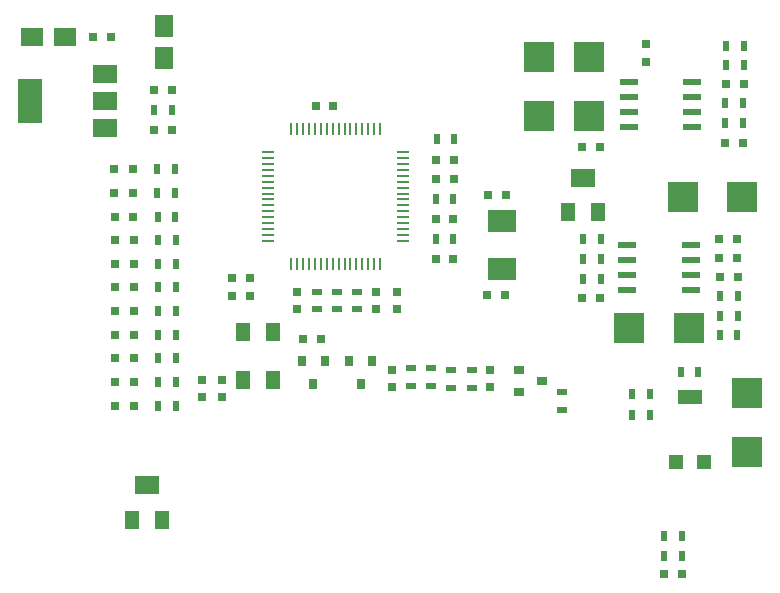
<source format=gtp>
G04 #@! TF.GenerationSoftware,KiCad,Pcbnew,5.99.0-unknown-632494c~88~ubuntu19.10.1*
G04 #@! TF.CreationDate,2020-05-11T14:06:49+02:00*
G04 #@! TF.ProjectId,MMDVM_RPT_Hat,4d4d4456-4d5f-4525-9054-5f4861742e6b,0.3*
G04 #@! TF.SameCoordinates,Original*
G04 #@! TF.FileFunction,Paste,Top*
G04 #@! TF.FilePolarity,Positive*
%FSLAX46Y46*%
G04 Gerber Fmt 4.6, Leading zero omitted, Abs format (unit mm)*
G04 Created by KiCad (PCBNEW 5.99.0-unknown-632494c~88~ubuntu19.10.1) date 2020-05-11 14:06:49*
%MOMM*%
%LPD*%
G01*
G04 APERTURE LIST*
%ADD10R,0.800000X0.800000*%
%ADD11R,0.500000X0.900000*%
%ADD12R,2.500000X2.550000*%
%ADD13R,2.550000X2.500000*%
%ADD14R,0.250000X1.000000*%
%ADD15R,1.000000X0.250000*%
%ADD16R,1.950000X1.500000*%
%ADD17R,0.800000X0.750000*%
%ADD18R,1.500000X1.950000*%
%ADD19R,0.750000X0.800000*%
%ADD20R,0.800000X0.900000*%
%ADD21R,0.900000X0.800000*%
%ADD22R,0.900000X0.500000*%
%ADD23R,1.300000X1.300000*%
%ADD24R,2.000000X1.300000*%
%ADD25R,1.300000X1.600000*%
%ADD26R,2.000000X1.600000*%
%ADD27R,2.000000X1.500000*%
%ADD28R,2.000000X3.800000*%
%ADD29R,1.550000X0.600000*%
%ADD30R,2.400000X1.900000*%
G04 APERTURE END LIST*
D10*
X30000000Y-109600000D03*
X28400000Y-109600000D03*
D11*
X33550000Y-109600000D03*
X32050000Y-109600000D03*
D12*
X68575000Y-85125000D03*
X68575000Y-80075000D03*
X64300000Y-80075000D03*
X64300000Y-85125000D03*
D13*
X76475000Y-91925000D03*
X81525000Y-91925000D03*
X76975000Y-103050000D03*
X71925000Y-103050000D03*
D12*
X81950000Y-108525000D03*
X81950000Y-113575000D03*
D14*
X50850000Y-97600000D03*
X50350000Y-97600000D03*
X49850000Y-97600000D03*
X49350000Y-97600000D03*
X48850000Y-97600000D03*
X48350000Y-97600000D03*
X47850000Y-97600000D03*
X47350000Y-97600000D03*
X46850000Y-97600000D03*
X46350000Y-97600000D03*
X45850000Y-97600000D03*
X45350000Y-97600000D03*
X44850000Y-97600000D03*
X44350000Y-97600000D03*
X43850000Y-97600000D03*
X43350000Y-97600000D03*
D15*
X41400000Y-95650000D03*
X41400000Y-95150000D03*
X41400000Y-94650000D03*
X41400000Y-94150000D03*
X41400000Y-93650000D03*
X41400000Y-93150000D03*
X41400000Y-92650000D03*
X41400000Y-92150000D03*
X41400000Y-91650000D03*
X41400000Y-91150000D03*
X41400000Y-90650000D03*
X41400000Y-90150000D03*
X41400000Y-89650000D03*
X41400000Y-89150000D03*
X41400000Y-88650000D03*
X41400000Y-88150000D03*
D14*
X43350000Y-86200000D03*
X43850000Y-86200000D03*
X44350000Y-86200000D03*
X44850000Y-86200000D03*
X45350000Y-86200000D03*
X45850000Y-86200000D03*
X46350000Y-86200000D03*
X46850000Y-86200000D03*
X47350000Y-86200000D03*
X47850000Y-86200000D03*
X48350000Y-86200000D03*
X48850000Y-86200000D03*
X49350000Y-86200000D03*
X49850000Y-86200000D03*
X50350000Y-86200000D03*
X50850000Y-86200000D03*
D15*
X52800000Y-88150000D03*
X52800000Y-88650000D03*
X52800000Y-89150000D03*
X52800000Y-89650000D03*
X52800000Y-90150000D03*
X52800000Y-90650000D03*
X52800000Y-91150000D03*
X52800000Y-91650000D03*
X52800000Y-92150000D03*
X52800000Y-92650000D03*
X52800000Y-93150000D03*
X52800000Y-93650000D03*
X52800000Y-94150000D03*
X52800000Y-94650000D03*
X52800000Y-95150000D03*
X52800000Y-95650000D03*
D16*
X21400000Y-78400000D03*
X24150000Y-78400000D03*
D17*
X28050000Y-78400000D03*
X26550000Y-78400000D03*
X31750000Y-82900000D03*
X33250000Y-82900000D03*
X57050000Y-97200000D03*
X55550000Y-97200000D03*
D18*
X32600000Y-80175000D03*
X32600000Y-77425000D03*
D17*
X31750000Y-86300000D03*
X33250000Y-86300000D03*
X55550000Y-93800000D03*
X57050000Y-93800000D03*
D19*
X37500000Y-107400000D03*
X37500000Y-108900000D03*
X35800000Y-108900000D03*
X35800000Y-107400000D03*
X43800000Y-99950000D03*
X43800000Y-101450000D03*
X51900000Y-108050000D03*
X51900000Y-106550000D03*
X60200000Y-106550000D03*
X60200000Y-108050000D03*
D17*
X74900000Y-123900000D03*
X76400000Y-123900000D03*
X59950000Y-100250000D03*
X61450000Y-100250000D03*
X61500000Y-91800000D03*
X60000000Y-91800000D03*
X45400000Y-84200000D03*
X46900000Y-84200000D03*
X55600000Y-90400000D03*
X57100000Y-90400000D03*
X57100000Y-88800000D03*
X55600000Y-88800000D03*
X38300000Y-100300000D03*
X39800000Y-100300000D03*
X39800000Y-98800000D03*
X38300000Y-98800000D03*
D19*
X52300000Y-101450000D03*
X52300000Y-99950000D03*
X50500000Y-99950000D03*
X50500000Y-101450000D03*
D10*
X28325000Y-89575000D03*
X29925000Y-89575000D03*
X29950000Y-91600000D03*
X28350000Y-91600000D03*
X28375000Y-93600000D03*
X29975000Y-93600000D03*
X30000000Y-95600000D03*
X28400000Y-95600000D03*
X28400000Y-105600000D03*
X30000000Y-105600000D03*
X28400000Y-103600000D03*
X30000000Y-103600000D03*
X30000000Y-101600000D03*
X28400000Y-101600000D03*
X28400000Y-99600000D03*
X30000000Y-99600000D03*
X30000000Y-97600000D03*
X28400000Y-97600000D03*
D11*
X33250000Y-84600000D03*
X31750000Y-84600000D03*
X57150000Y-87000000D03*
X55650000Y-87000000D03*
D20*
X50150000Y-105800000D03*
X48250000Y-105800000D03*
X49200000Y-107800000D03*
D21*
X64600000Y-107500000D03*
X62600000Y-108450000D03*
X62600000Y-106550000D03*
D11*
X33475000Y-89575000D03*
X31975000Y-89575000D03*
X32000000Y-91600000D03*
X33500000Y-91600000D03*
D22*
X48900000Y-101450000D03*
X48900000Y-99950000D03*
D11*
X32025000Y-93600000D03*
X33525000Y-93600000D03*
X33550000Y-95600000D03*
X32050000Y-95600000D03*
X32050000Y-105600000D03*
X33550000Y-105600000D03*
X33550000Y-103600000D03*
X32050000Y-103600000D03*
X32050000Y-101600000D03*
X33550000Y-101600000D03*
X32050000Y-99600000D03*
X33550000Y-99600000D03*
X55550000Y-92100000D03*
X57050000Y-92100000D03*
X33550000Y-97600000D03*
X32050000Y-97600000D03*
D22*
X55200000Y-106450000D03*
X55200000Y-107950000D03*
X53500000Y-107950000D03*
X53500000Y-106450000D03*
X56900000Y-108100000D03*
X56900000Y-106600000D03*
X58600000Y-108100000D03*
X58600000Y-106600000D03*
D11*
X76410000Y-120610000D03*
X74910000Y-120610000D03*
X74910000Y-122300000D03*
X76410000Y-122300000D03*
D22*
X66300000Y-109950000D03*
X66300000Y-108450000D03*
D11*
X55550000Y-95500000D03*
X57050000Y-95500000D03*
X80150000Y-80800000D03*
X81650000Y-80800000D03*
X72200000Y-110400000D03*
X73700000Y-110400000D03*
X72200000Y-108650000D03*
X73700000Y-108650000D03*
X79650000Y-102000000D03*
X81150000Y-102000000D03*
X81100000Y-103600000D03*
X79600000Y-103600000D03*
X76300000Y-106750000D03*
X77800000Y-106750000D03*
X80050000Y-85700000D03*
X81550000Y-85700000D03*
X81550000Y-84000000D03*
X80050000Y-84000000D03*
X81650000Y-79125000D03*
X80150000Y-79125000D03*
X69550000Y-95500000D03*
X68050000Y-95500000D03*
X68050000Y-97200000D03*
X69550000Y-97200000D03*
X68050000Y-98900000D03*
X69550000Y-98900000D03*
X81150000Y-100300000D03*
X79650000Y-100300000D03*
D23*
X75950000Y-114350000D03*
D24*
X77100000Y-108850000D03*
D23*
X78250000Y-114350000D03*
D25*
X69300000Y-93250000D03*
D26*
X68050000Y-90350000D03*
D25*
X66800000Y-93250000D03*
X29850000Y-119250000D03*
D26*
X31100000Y-116350000D03*
D25*
X32350000Y-119250000D03*
D27*
X27550000Y-86100000D03*
X27550000Y-81500000D03*
X27550000Y-83800000D03*
D28*
X21250000Y-83800000D03*
D29*
X77300000Y-86005000D03*
X77300000Y-84735000D03*
X77300000Y-83465000D03*
X77300000Y-82195000D03*
X71900000Y-82195000D03*
X71900000Y-83465000D03*
X71900000Y-84735000D03*
X71900000Y-86005000D03*
X77200000Y-95995000D03*
X77200000Y-97265000D03*
X77200000Y-98535000D03*
X77200000Y-99805000D03*
X71800000Y-99805000D03*
X71800000Y-98535000D03*
X71800000Y-97265000D03*
X71800000Y-95995000D03*
D25*
X41750000Y-107400000D03*
X41750000Y-103400000D03*
X39250000Y-103400000D03*
X39250000Y-107400000D03*
D30*
X61200000Y-93950000D03*
X61200000Y-98050000D03*
D17*
X80050000Y-87400000D03*
X81550000Y-87400000D03*
X80150000Y-82400000D03*
X81650000Y-82400000D03*
D19*
X73375000Y-80475000D03*
X73375000Y-78975000D03*
D17*
X69450000Y-100500000D03*
X67950000Y-100500000D03*
X81050000Y-97100000D03*
X79550000Y-97100000D03*
X79650000Y-98700000D03*
X81150000Y-98700000D03*
X67950000Y-87700000D03*
X69450000Y-87700000D03*
X79550000Y-95500000D03*
X81050000Y-95500000D03*
D10*
X28400000Y-107600000D03*
X30000000Y-107600000D03*
D11*
X32050000Y-107600000D03*
X33550000Y-107600000D03*
D17*
X45850000Y-104000000D03*
X44350000Y-104000000D03*
D20*
X45200000Y-107800000D03*
X44250000Y-105800000D03*
X46150000Y-105800000D03*
D22*
X45500000Y-99950000D03*
X45500000Y-101450000D03*
X47200000Y-101450000D03*
X47200000Y-99950000D03*
M02*

</source>
